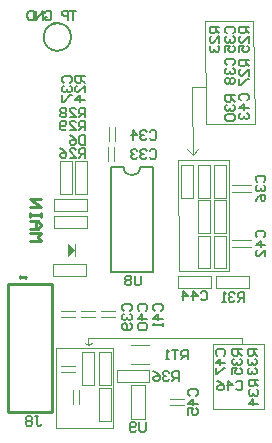
<source format=gbo>
G04*
G04 #@! TF.GenerationSoftware,Altium Limited,Altium Designer,23.4.1 (23)*
G04*
G04 Layer_Color=32896*
%FSLAX25Y25*%
%MOIN*%
G70*
G04*
G04 #@! TF.SameCoordinates,01ECF62D-24FD-4C24-98F2-6CFE089B3EF1*
G04*
G04*
G04 #@! TF.FilePolarity,Positive*
G04*
G01*
G75*
%ADD11C,0.00787*%
%ADD12C,0.01000*%
%ADD13C,0.00394*%
%ADD17C,0.00591*%
%ADD18C,0.00984*%
G36*
X311417Y66142D02*
X309055Y68504D01*
Y63779D01*
X311417Y66142D01*
D02*
G37*
D11*
X310103Y137008D02*
G03*
X310103Y137008I-4591J0D01*
G01*
X327531Y93701D02*
G03*
X333099Y93701I2784J0D01*
G01*
X337402D01*
X323228D02*
X327531D01*
X323228Y58661D02*
Y93701D01*
Y58661D02*
X337402D01*
Y93701D01*
D12*
X293126Y56709D02*
Y57365D01*
Y57037D01*
X295094D01*
X294766Y56709D01*
X296276Y69110D02*
X300211D01*
X298899Y70422D01*
X300211Y71734D01*
X296276D01*
Y73046D02*
X298899D01*
X300211Y74358D01*
X298899Y75670D01*
X296276D01*
X298243D01*
Y73046D01*
X300211Y76982D02*
Y78294D01*
Y77638D01*
X296276D01*
Y76982D01*
Y78294D01*
Y80261D02*
X300211D01*
X296276Y82885D01*
X300211D01*
D13*
X315748Y36220D02*
Y36614D01*
X314567Y35039D02*
X315748Y34252D01*
X316929Y35039D01*
X366929Y34646D02*
Y36614D01*
X315748D02*
X366929D01*
X363779Y34646D02*
X366929D01*
X315748Y34252D02*
Y36220D01*
X357480Y34646D02*
X374410D01*
X305118Y33465D02*
X324016D01*
X305118Y6693D02*
Y33465D01*
X324016Y6693D02*
Y33465D01*
X305118Y6693D02*
X324016D01*
X357480Y12992D02*
X374410D01*
Y34646D01*
X357480Y12992D02*
Y34646D01*
X350394Y116929D02*
Y120472D01*
X350787Y97638D02*
X352362Y99606D01*
X348819D02*
X350787Y97638D01*
X348819Y99606D02*
X350787Y97638D01*
X350394Y116929D02*
X350787Y97638D01*
X350394Y120472D02*
X354724D01*
X362598Y59055D02*
Y96063D01*
X345669D02*
X362598D01*
X346063Y59055D02*
X362598D01*
X345669Y96063D02*
X346063Y59055D01*
X354724Y142520D02*
X355118Y107874D01*
X371260D01*
X370866Y142520D02*
X371260Y107874D01*
X354724Y142520D02*
X370866D01*
X304350Y73232D02*
Y77197D01*
X315334D01*
Y73233D02*
Y77197D01*
Y73224D02*
Y73233D01*
Y73224D02*
Y73232D01*
X304350D02*
X315334D01*
X304350Y79138D02*
Y83102D01*
X315334D01*
Y79139D02*
Y83102D01*
Y79129D02*
Y79139D01*
Y79129D02*
Y79138D01*
X304350D02*
X315334D01*
X303956Y57484D02*
Y61449D01*
X314940D01*
Y57485D02*
Y61449D01*
Y57476D02*
Y57485D01*
Y57476D02*
Y57484D01*
X303956D02*
X314940D01*
X311417Y64173D02*
Y68110D01*
X306303Y95650D02*
X310268D01*
Y84666D02*
Y95650D01*
X306304Y84666D02*
X310268D01*
X306295D02*
X306304D01*
X306295D02*
X306303D01*
Y95650D01*
X311386Y84664D02*
X315350D01*
X311386D02*
Y95648D01*
X315349D01*
X315359D01*
X315350D02*
X315359D01*
X315350Y84664D02*
Y95648D01*
X346819Y83484D02*
X350783D01*
X346819D02*
Y94468D01*
X350782D01*
X350792D01*
X350783D02*
X350792D01*
X350783Y83484D02*
Y94468D01*
X352366Y94469D02*
X356331D01*
Y83485D02*
Y94469D01*
X352367Y83485D02*
X356331D01*
X352358D02*
X352367D01*
X352358D02*
X352366D01*
Y94469D01*
X357878Y94469D02*
X361842D01*
Y83485D02*
Y94469D01*
X357879Y83485D02*
X361842D01*
X357870D02*
X357879D01*
X357870D02*
X357878D01*
Y94469D01*
X352331Y71673D02*
X356295D01*
X352331D02*
Y82657D01*
X356294D01*
X356304D01*
X356295D02*
X356304D01*
X356295Y71673D02*
Y82657D01*
X357878Y82658D02*
X361842D01*
Y71674D02*
Y82658D01*
X357879Y71674D02*
X361842D01*
X357870D02*
X357879D01*
X357870D02*
X357878D01*
Y82658D01*
X352331Y59861D02*
X356295D01*
X352331D02*
Y70846D01*
X356294D01*
X356304D01*
X356295D02*
X356304D01*
X356295Y59861D02*
Y70846D01*
X357842Y59861D02*
X361807D01*
X357842D02*
Y70846D01*
X361806D01*
X361815D01*
X361807D02*
X361815D01*
X361807Y59861D02*
Y70846D01*
X356674Y53512D02*
Y57476D01*
X345690Y53512D02*
X356674D01*
X345690D02*
Y57475D01*
Y57485D01*
Y57476D02*
Y57485D01*
Y57476D02*
X356674D01*
X369272Y53512D02*
Y57476D01*
X358288Y53512D02*
X369272D01*
X358288D02*
Y57475D01*
Y57485D01*
Y57476D02*
Y57485D01*
Y57476D02*
X369272D01*
X363779Y87795D02*
X370079D01*
X363779Y85433D02*
X370079D01*
X363779Y66929D02*
X370079D01*
X363779Y69291D02*
X370079D01*
X306693Y43701D02*
X311417D01*
X306693Y45669D02*
X311417D01*
X313386Y43701D02*
X318110D01*
X313386Y45669D02*
X318110D01*
X320079Y43701D02*
X324803D01*
X320079Y45669D02*
X324803D01*
X313748Y20885D02*
X317712D01*
X313748D02*
Y31869D01*
X317711D01*
X317721D01*
X317712D02*
X317721D01*
X317712Y20885D02*
Y31869D01*
X306693Y25394D02*
X311417D01*
X306693Y27362D02*
X311417D01*
X319260Y20885D02*
X323224D01*
X319260D02*
Y31869D01*
X323223D01*
X323233D01*
X323224D02*
X323233D01*
X323224Y20885D02*
Y31869D01*
X319260Y9074D02*
X323224D01*
X319260D02*
Y20058D01*
X323223D01*
X323233D01*
X323224D02*
X323233D01*
X323224Y9074D02*
Y20058D01*
X310827Y14567D02*
Y19291D01*
X312795Y14567D02*
Y19291D01*
X329921Y9843D02*
Y20866D01*
X334646D01*
Y9843D02*
Y20866D01*
X329921Y9843D02*
X334646D01*
X336202Y22016D02*
Y25980D01*
X325218Y22016D02*
X336202D01*
X325218D02*
Y25979D01*
Y25989D01*
Y25980D02*
Y25989D01*
Y25980D02*
X336202D01*
X330118Y34252D02*
X336024D01*
X330118Y27953D02*
X336024D01*
X342913Y16339D02*
X347638D01*
X342913Y14370D02*
X347638D01*
X324409Y95669D02*
Y100394D01*
X322441Y95669D02*
Y100394D01*
X324606Y102362D02*
Y107087D01*
X322638Y102362D02*
Y107087D01*
D17*
X310564Y145734D02*
Y142585D01*
X311614Y145734D02*
X309515D01*
X309140Y144085D02*
X307790D01*
X307341Y144235D01*
X307191Y144385D01*
X307041Y144684D01*
Y145134D01*
X307191Y145434D01*
X307341Y145584D01*
X307790Y145734D01*
X309140D01*
Y142585D01*
X306336Y141535D02*
X303937D01*
X301283Y144984D02*
X301433Y145284D01*
X301732Y145584D01*
X302032Y145734D01*
X302632D01*
X302932Y145584D01*
X303232Y145284D01*
X303382Y144984D01*
X303532Y144534D01*
Y143785D01*
X303382Y143335D01*
X303232Y143035D01*
X302932Y142735D01*
X302632Y142585D01*
X302032D01*
X301732Y142735D01*
X301433Y143035D01*
X301283Y143335D01*
Y143785D01*
X302032D02*
X301283D01*
X300563Y145734D02*
Y142585D01*
Y145734D02*
X298464Y142585D01*
Y145734D02*
Y142585D01*
X297594Y145734D02*
Y142585D01*
Y145734D02*
X296544D01*
X296094Y145584D01*
X295795Y145284D01*
X295645Y144984D01*
X295495Y144534D01*
Y143785D01*
X295645Y143335D01*
X295795Y143035D01*
X296094Y142735D01*
X296544Y142585D01*
X297594D01*
X334907Y8661D02*
Y6037D01*
X334383Y5512D01*
X333333D01*
X332808Y6037D01*
Y8661D01*
X331759Y6037D02*
X331234Y5512D01*
X330184D01*
X329660Y6037D01*
Y8136D01*
X330184Y8661D01*
X331234D01*
X331759Y8136D01*
Y7611D01*
X331234Y7087D01*
X329660D01*
X333332Y57480D02*
Y54856D01*
X332808Y54331D01*
X331758D01*
X331233Y54856D01*
Y57480D01*
X330184Y56955D02*
X329659Y57480D01*
X328610D01*
X328085Y56955D01*
Y56430D01*
X328610Y55905D01*
X328085Y55381D01*
Y54856D01*
X328610Y54331D01*
X329659D01*
X330184Y54856D01*
Y55381D01*
X329659Y55905D01*
X330184Y56430D01*
Y56955D01*
X329659Y55905D02*
X328610D01*
X348949Y29528D02*
Y32677D01*
X347375D01*
X346850Y32152D01*
Y31102D01*
X347375Y30578D01*
X348949D01*
X347899D02*
X346850Y29528D01*
X345800Y32677D02*
X343701D01*
X344751D01*
Y29528D01*
X342652D02*
X341602D01*
X342127D01*
Y32677D01*
X342652Y32152D01*
X345930Y22442D02*
Y25590D01*
X344356D01*
X343831Y25065D01*
Y24016D01*
X344356Y23491D01*
X345930D01*
X344881D02*
X343831Y22442D01*
X342782Y25065D02*
X342257Y25590D01*
X341208D01*
X340683Y25065D01*
Y24541D01*
X341208Y24016D01*
X341732D01*
X341208D01*
X340683Y23491D01*
Y22966D01*
X341208Y22442D01*
X342257D01*
X342782Y22966D01*
X337534Y25590D02*
X338584Y25065D01*
X339633Y24016D01*
Y22966D01*
X339108Y22442D01*
X338059D01*
X337534Y22966D01*
Y23491D01*
X338059Y24016D01*
X339633D01*
X366929Y32938D02*
X363780D01*
Y31364D01*
X364305Y30839D01*
X365354D01*
X365879Y31364D01*
Y32938D01*
Y31889D02*
X366929Y30839D01*
X364305Y29790D02*
X363780Y29265D01*
Y28215D01*
X364305Y27691D01*
X364830D01*
X365354Y28215D01*
Y28740D01*
Y28215D01*
X365879Y27691D01*
X366404D01*
X366929Y28215D01*
Y29265D01*
X366404Y29790D01*
X363780Y24542D02*
Y26641D01*
X365354D01*
X364830Y25592D01*
Y25067D01*
X365354Y24542D01*
X366404D01*
X366929Y25067D01*
Y26116D01*
X366404Y26641D01*
X372440Y22702D02*
X369292D01*
Y21128D01*
X369817Y20603D01*
X370866D01*
X371391Y21128D01*
Y22702D01*
Y21653D02*
X372440Y20603D01*
X369817Y19554D02*
X369292Y19029D01*
Y17979D01*
X369817Y17454D01*
X370341D01*
X370866Y17979D01*
Y18504D01*
Y17979D01*
X371391Y17454D01*
X371916D01*
X372440Y17979D01*
Y19029D01*
X371916Y19554D01*
X372440Y14831D02*
X369292D01*
X370866Y16405D01*
Y14306D01*
X372047Y32938D02*
X368898D01*
Y31364D01*
X369423Y30839D01*
X370472D01*
X370997Y31364D01*
Y32938D01*
Y31889D02*
X372047Y30839D01*
X369423Y29790D02*
X368898Y29265D01*
Y28215D01*
X369423Y27691D01*
X369948D01*
X370472Y28215D01*
Y28740D01*
Y28215D01*
X370997Y27691D01*
X371522D01*
X372047Y28215D01*
Y29265D01*
X371522Y29790D01*
X369423Y26641D02*
X368898Y26116D01*
Y25067D01*
X369423Y24542D01*
X369948D01*
X370472Y25067D01*
Y25592D01*
Y25067D01*
X370997Y24542D01*
X371522D01*
X372047Y25067D01*
Y26116D01*
X371522Y26641D01*
X367847Y48819D02*
Y51968D01*
X366272D01*
X365747Y51443D01*
Y50394D01*
X366272Y49869D01*
X367847D01*
X366797D02*
X365747Y48819D01*
X364698Y51443D02*
X364173Y51968D01*
X363124D01*
X362599Y51443D01*
Y50919D01*
X363124Y50394D01*
X363649D01*
X363124D01*
X362599Y49869D01*
Y49344D01*
X363124Y48819D01*
X364173D01*
X364698Y49344D01*
X361549Y48819D02*
X360500D01*
X361025D01*
Y51968D01*
X361549Y51443D01*
X364566Y117584D02*
X361418D01*
Y116010D01*
X361943Y115485D01*
X362992D01*
X363517Y116010D01*
Y117584D01*
Y116534D02*
X364566Y115485D01*
X361943Y114435D02*
X361418Y113911D01*
Y112861D01*
X361943Y112336D01*
X362467D01*
X362992Y112861D01*
Y113386D01*
Y112861D01*
X363517Y112336D01*
X364042D01*
X364566Y112861D01*
Y113911D01*
X364042Y114435D01*
X361943Y111287D02*
X361418Y110762D01*
Y109713D01*
X361943Y109188D01*
X364042D01*
X364566Y109713D01*
Y110762D01*
X364042Y111287D01*
X361943D01*
X314828Y105906D02*
Y109055D01*
X313254D01*
X312729Y108530D01*
Y107480D01*
X313254Y106956D01*
X314828D01*
X313778D02*
X312729Y105906D01*
X309580D02*
X311679D01*
X309580Y108005D01*
Y108530D01*
X310105Y109055D01*
X311155D01*
X311679Y108530D01*
X308531Y106431D02*
X308006Y105906D01*
X306957D01*
X306432Y106431D01*
Y108530D01*
X306957Y109055D01*
X308006D01*
X308531Y108530D01*
Y108005D01*
X308006Y107480D01*
X306432D01*
X314828Y110237D02*
Y113385D01*
X313254D01*
X312729Y112861D01*
Y111811D01*
X313254Y111286D01*
X314828D01*
X313778D02*
X312729Y110237D01*
X309580D02*
X311679D01*
X309580Y112336D01*
Y112861D01*
X310105Y113385D01*
X311155D01*
X311679Y112861D01*
X308531D02*
X308006Y113385D01*
X306957D01*
X306432Y112861D01*
Y112336D01*
X306957Y111811D01*
X306432Y111286D01*
Y110761D01*
X306957Y110237D01*
X308006D01*
X308531Y110761D01*
Y111286D01*
X308006Y111811D01*
X308531Y112336D01*
Y112861D01*
X308006Y111811D02*
X306957D01*
X369291Y129395D02*
X366142D01*
Y127821D01*
X366667Y127296D01*
X367717D01*
X368241Y127821D01*
Y129395D01*
Y128346D02*
X369291Y127296D01*
Y124147D02*
Y126246D01*
X367192Y124147D01*
X366667D01*
X366142Y124672D01*
Y125722D01*
X366667Y126246D01*
X366142Y123098D02*
Y120999D01*
X366667D01*
X368766Y123098D01*
X369291D01*
X314828Y96851D02*
Y99999D01*
X313254D01*
X312729Y99475D01*
Y98425D01*
X313254Y97900D01*
X314828D01*
X313778D02*
X312729Y96851D01*
X309580D02*
X311679D01*
X309580Y98950D01*
Y99475D01*
X310105Y99999D01*
X311155D01*
X311679Y99475D01*
X306432Y99999D02*
X307481Y99475D01*
X308531Y98425D01*
Y97376D01*
X308006Y96851D01*
X306957D01*
X306432Y97376D01*
Y97900D01*
X306957Y98425D01*
X308531D01*
X369291Y140419D02*
X366142D01*
Y138844D01*
X366667Y138320D01*
X367717D01*
X368241Y138844D01*
Y140419D01*
Y139369D02*
X369291Y138320D01*
Y135171D02*
Y137270D01*
X367192Y135171D01*
X366667D01*
X366142Y135696D01*
Y136745D01*
X366667Y137270D01*
X366142Y132022D02*
Y134121D01*
X367717D01*
X367192Y133072D01*
Y132547D01*
X367717Y132022D01*
X368766D01*
X369291Y132547D01*
Y133597D01*
X368766Y134121D01*
X314566Y123883D02*
X311418D01*
Y122309D01*
X311943Y121784D01*
X312992D01*
X313517Y122309D01*
Y123883D01*
Y122834D02*
X314566Y121784D01*
Y118635D02*
Y120735D01*
X312467Y118635D01*
X311943D01*
X311418Y119160D01*
Y120210D01*
X311943Y120735D01*
X314566Y116012D02*
X311418D01*
X312992Y117586D01*
Y115487D01*
X359448Y140419D02*
X356300D01*
Y138844D01*
X356824Y138320D01*
X357874D01*
X358399Y138844D01*
Y140419D01*
Y139369D02*
X359448Y138320D01*
Y135171D02*
Y137270D01*
X357349Y135171D01*
X356824D01*
X356300Y135696D01*
Y136745D01*
X356824Y137270D01*
Y134121D02*
X356300Y133597D01*
Y132547D01*
X356824Y132022D01*
X357349D01*
X357874Y132547D01*
Y133072D01*
Y132547D01*
X358399Y132022D01*
X358924D01*
X359448Y132547D01*
Y133597D01*
X358924Y134121D01*
X298163Y10629D02*
X299212D01*
X298687D01*
Y8006D01*
X299212Y7481D01*
X299737D01*
X300262Y8006D01*
X297113Y10105D02*
X296588Y10629D01*
X295539D01*
X295014Y10105D01*
Y9580D01*
X295539Y9055D01*
X295014Y8530D01*
Y8006D01*
X295539Y7481D01*
X296588D01*
X297113Y8006D01*
Y8530D01*
X296588Y9055D01*
X297113Y9580D01*
Y10105D01*
X296588Y9055D02*
X295539D01*
X314828Y104330D02*
Y101182D01*
X313254D01*
X312730Y101706D01*
Y103805D01*
X313254Y104330D01*
X314828D01*
X309581D02*
X310630Y103805D01*
X311680Y102756D01*
Y101706D01*
X311155Y101182D01*
X310106D01*
X309581Y101706D01*
Y102231D01*
X310106Y102756D01*
X311680D01*
X358793Y30839D02*
X358268Y31364D01*
Y32414D01*
X358793Y32938D01*
X360892D01*
X361417Y32414D01*
Y31364D01*
X360892Y30839D01*
X361417Y28215D02*
X358268D01*
X359842Y29790D01*
Y27691D01*
X358268Y26641D02*
Y24542D01*
X358793D01*
X360892Y26641D01*
X361417D01*
X365091Y21916D02*
X365616Y22440D01*
X366666D01*
X367190Y21916D01*
Y19817D01*
X366666Y19292D01*
X365616D01*
X365091Y19817D01*
X362467Y19292D02*
Y22440D01*
X364042Y20866D01*
X361943D01*
X358794Y22440D02*
X359843Y21916D01*
X360893Y20866D01*
Y19817D01*
X360368Y19292D01*
X359319D01*
X358794Y19817D01*
Y20341D01*
X359319Y20866D01*
X360893D01*
X349738Y17453D02*
X349213Y17978D01*
Y19028D01*
X349738Y19552D01*
X351837D01*
X352362Y19028D01*
Y17978D01*
X351837Y17453D01*
X352362Y14830D02*
X349213D01*
X350787Y16404D01*
Y14305D01*
X349213Y11156D02*
Y13255D01*
X350787D01*
X350263Y12206D01*
Y11681D01*
X350787Y11156D01*
X351837D01*
X352362Y11681D01*
Y12731D01*
X351837Y13255D01*
X353280Y51837D02*
X353805Y52362D01*
X354854D01*
X355379Y51837D01*
Y49738D01*
X354854Y49213D01*
X353805D01*
X353280Y49738D01*
X350656Y49213D02*
Y52362D01*
X352231Y50787D01*
X350132D01*
X347508Y49213D02*
Y52362D01*
X349082Y50787D01*
X346983D01*
X366667Y115879D02*
X366142Y116403D01*
Y117453D01*
X366667Y117978D01*
X368766D01*
X369291Y117453D01*
Y116403D01*
X368766Y115879D01*
X369291Y113255D02*
X366142D01*
X367717Y114829D01*
Y112730D01*
X366667Y111680D02*
X366142Y111156D01*
Y110106D01*
X366667Y109581D01*
X367192D01*
X367717Y110106D01*
Y110631D01*
Y110106D01*
X368241Y109581D01*
X368766D01*
X369291Y110106D01*
Y111156D01*
X368766Y111680D01*
X372179Y70209D02*
X371654Y70734D01*
Y71784D01*
X372179Y72308D01*
X374278D01*
X374803Y71784D01*
Y70734D01*
X374278Y70209D01*
X374803Y67585D02*
X371654D01*
X373228Y69160D01*
Y67061D01*
X374803Y63912D02*
Y66011D01*
X372704Y63912D01*
X372179D01*
X371654Y64437D01*
Y65486D01*
X372179Y66011D01*
X337927Y45800D02*
X337402Y46325D01*
Y47374D01*
X337927Y47899D01*
X340026D01*
X340551Y47374D01*
Y46325D01*
X340026Y45800D01*
X340551Y43176D02*
X337402D01*
X338976Y44750D01*
Y42651D01*
X340551Y41602D02*
Y40552D01*
Y41077D01*
X337402D01*
X337927Y41602D01*
X332809Y45800D02*
X332284Y46325D01*
Y47374D01*
X332809Y47899D01*
X334908D01*
X335433Y47374D01*
Y46325D01*
X334908Y45800D01*
X335433Y43176D02*
X332284D01*
X333858Y44750D01*
Y42651D01*
X332809Y41602D02*
X332284Y41077D01*
Y40027D01*
X332809Y39503D01*
X334908D01*
X335433Y40027D01*
Y41077D01*
X334908Y41602D01*
X332809D01*
X327691Y45800D02*
X327166Y46325D01*
Y47374D01*
X327691Y47899D01*
X329790D01*
X330314Y47374D01*
Y46325D01*
X329790Y45800D01*
X327691Y44750D02*
X327166Y44226D01*
Y43176D01*
X327691Y42651D01*
X328215D01*
X328740Y43176D01*
Y43701D01*
Y43176D01*
X329265Y42651D01*
X329790D01*
X330314Y43176D01*
Y44226D01*
X329790Y44750D01*
Y41602D02*
X330314Y41077D01*
Y40027D01*
X329790Y39503D01*
X327691D01*
X327166Y40027D01*
Y41077D01*
X327691Y41602D01*
X328215D01*
X328740Y41077D01*
Y39503D01*
X361943Y127690D02*
X361418Y128214D01*
Y129264D01*
X361943Y129789D01*
X364042D01*
X364566Y129264D01*
Y128214D01*
X364042Y127690D01*
X361943Y126640D02*
X361418Y126115D01*
Y125066D01*
X361943Y124541D01*
X362467D01*
X362992Y125066D01*
Y125591D01*
Y125066D01*
X363517Y124541D01*
X364042D01*
X364566Y125066D01*
Y126115D01*
X364042Y126640D01*
X361943Y123492D02*
X361418Y122967D01*
Y121917D01*
X361943Y121392D01*
X362467D01*
X362992Y121917D01*
X363517Y121392D01*
X364042D01*
X364566Y121917D01*
Y122967D01*
X364042Y123492D01*
X363517D01*
X362992Y122967D01*
X362467Y123492D01*
X361943D01*
X362992Y122967D02*
Y121917D01*
X307612Y121784D02*
X307087Y122309D01*
Y123358D01*
X307612Y123883D01*
X309711D01*
X310236Y123358D01*
Y122309D01*
X309711Y121784D01*
X307612Y120735D02*
X307087Y120210D01*
Y119160D01*
X307612Y118635D01*
X308137D01*
X308661Y119160D01*
Y119685D01*
Y119160D01*
X309186Y118635D01*
X309711D01*
X310236Y119160D01*
Y120210D01*
X309711Y120735D01*
X307087Y117586D02*
Y115487D01*
X307612D01*
X309711Y117586D01*
X310236D01*
X372179Y88713D02*
X371654Y89238D01*
Y90288D01*
X372179Y90812D01*
X374278D01*
X374803Y90288D01*
Y89238D01*
X374278Y88713D01*
X372179Y87664D02*
X371654Y87139D01*
Y86089D01*
X372179Y85565D01*
X372704D01*
X373228Y86089D01*
Y86614D01*
Y86089D01*
X373753Y85565D01*
X374278D01*
X374803Y86089D01*
Y87139D01*
X374278Y87664D01*
X371654Y82416D02*
X372179Y83466D01*
X373228Y84515D01*
X374278D01*
X374803Y83990D01*
Y82941D01*
X374278Y82416D01*
X373753D01*
X373228Y82941D01*
Y84515D01*
X361943Y138320D02*
X361418Y138844D01*
Y139894D01*
X361943Y140419D01*
X364042D01*
X364566Y139894D01*
Y138844D01*
X364042Y138320D01*
X361943Y137270D02*
X361418Y136745D01*
Y135696D01*
X361943Y135171D01*
X362467D01*
X362992Y135696D01*
Y136221D01*
Y135696D01*
X363517Y135171D01*
X364042D01*
X364566Y135696D01*
Y136745D01*
X364042Y137270D01*
X361418Y132022D02*
Y134121D01*
X362992D01*
X362467Y133072D01*
Y132547D01*
X362992Y132022D01*
X364042D01*
X364566Y132547D01*
Y133597D01*
X364042Y134121D01*
X336351Y105380D02*
X336876Y105905D01*
X337925D01*
X338450Y105380D01*
Y103281D01*
X337925Y102756D01*
X336876D01*
X336351Y103281D01*
X335301Y105380D02*
X334777Y105905D01*
X333727D01*
X333202Y105380D01*
Y104856D01*
X333727Y104331D01*
X334252D01*
X333727D01*
X333202Y103806D01*
Y103281D01*
X333727Y102756D01*
X334777D01*
X335301Y103281D01*
X330579Y102756D02*
Y105905D01*
X332153Y104331D01*
X330054D01*
X336351Y99081D02*
X336876Y99606D01*
X337925D01*
X338450Y99081D01*
Y96982D01*
X337925Y96457D01*
X336876D01*
X336351Y96982D01*
X335301Y99081D02*
X334777Y99606D01*
X333727D01*
X333202Y99081D01*
Y98556D01*
X333727Y98032D01*
X334252D01*
X333727D01*
X333202Y97507D01*
Y96982D01*
X333727Y96457D01*
X334777D01*
X335301Y96982D01*
X332153Y99081D02*
X331628Y99606D01*
X330579D01*
X330054Y99081D01*
Y98556D01*
X330579Y98032D01*
X331103D01*
X330579D01*
X330054Y97507D01*
Y96982D01*
X330579Y96457D01*
X331628D01*
X332153Y96982D01*
D18*
X289040Y12079D02*
Y54599D01*
Y12079D02*
X303607D01*
Y54599D01*
X289040D02*
X303607D01*
M02*

</source>
